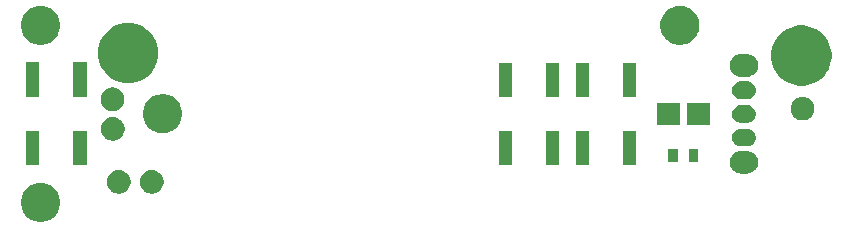
<source format=gbr>
G04 #@! TF.GenerationSoftware,KiCad,Pcbnew,5.1.0-unknown-ff73f69~82~ubuntu18.04.1*
G04 #@! TF.CreationDate,2019-04-01T01:27:23+02:00*
G04 #@! TF.ProjectId,Voltrove MIC1557 PWM,566f6c74-726f-4766-9520-4d4943313535,rev?*
G04 #@! TF.SameCoordinates,Original*
G04 #@! TF.FileFunction,Soldermask,Top*
G04 #@! TF.FilePolarity,Negative*
%FSLAX46Y46*%
G04 Gerber Fmt 4.6, Leading zero omitted, Abs format (unit mm)*
G04 Created by KiCad (PCBNEW 5.1.0-unknown-ff73f69~82~ubuntu18.04.1) date 2019-04-01 01:27:23*
%MOMM*%
%LPD*%
G04 APERTURE LIST*
%ADD10C,0.100000*%
G04 APERTURE END LIST*
D10*
G36*
X176480000Y-97388000D02*
G01*
X176362000Y-97397000D01*
X176248000Y-97425000D01*
X176139000Y-97470000D01*
X176038000Y-97532000D01*
X175948000Y-97608000D01*
X175872000Y-97698000D01*
X175810000Y-97799000D01*
X175765000Y-97908000D01*
X175737000Y-98022000D01*
X175728000Y-98140000D01*
X175737000Y-98258000D01*
X175765000Y-98372000D01*
X175810000Y-98481000D01*
X175872000Y-98582000D01*
X175948000Y-98672000D01*
X176038000Y-98748000D01*
X176139000Y-98810000D01*
X176248000Y-98855000D01*
X176362000Y-98883000D01*
X176480000Y-98892000D01*
X176980000Y-98892000D01*
X177098000Y-98883000D01*
X177212000Y-98855000D01*
X177321000Y-98810000D01*
X177422000Y-98748000D01*
X177512000Y-98672000D01*
X177588000Y-98582000D01*
X177650000Y-98481000D01*
X177695000Y-98372000D01*
X177723000Y-98258000D01*
X177732000Y-98140000D01*
X177723000Y-98022000D01*
X177695000Y-97908000D01*
X177650000Y-97799000D01*
X177588000Y-97698000D01*
X177512000Y-97608000D01*
X177422000Y-97532000D01*
X177321000Y-97470000D01*
X177212000Y-97425000D01*
X177098000Y-97397000D01*
X176980000Y-97388000D01*
X176480000Y-97388000D01*
G37*
G36*
X176480000Y-99388000D02*
G01*
X176362000Y-99397000D01*
X176248000Y-99425000D01*
X176139000Y-99470000D01*
X176038000Y-99532000D01*
X175948000Y-99608000D01*
X175872000Y-99698000D01*
X175810000Y-99799000D01*
X175765000Y-99908000D01*
X175737000Y-100022000D01*
X175728000Y-100140000D01*
X175737000Y-100258000D01*
X175765000Y-100372000D01*
X175810000Y-100481000D01*
X175872000Y-100582000D01*
X175948000Y-100672000D01*
X176038000Y-100748000D01*
X176139000Y-100810000D01*
X176248000Y-100855000D01*
X176362000Y-100883000D01*
X176480000Y-100892000D01*
X176980000Y-100892000D01*
X177098000Y-100883000D01*
X177212000Y-100855000D01*
X177321000Y-100810000D01*
X177422000Y-100748000D01*
X177512000Y-100672000D01*
X177588000Y-100582000D01*
X177650000Y-100481000D01*
X177695000Y-100372000D01*
X177723000Y-100258000D01*
X177732000Y-100140000D01*
X177723000Y-100022000D01*
X177695000Y-99908000D01*
X177650000Y-99799000D01*
X177588000Y-99698000D01*
X177512000Y-99608000D01*
X177422000Y-99532000D01*
X177321000Y-99470000D01*
X177212000Y-99425000D01*
X177098000Y-99397000D01*
X176980000Y-99388000D01*
X176480000Y-99388000D01*
G37*
G36*
X176480000Y-101388000D02*
G01*
X176362000Y-101397000D01*
X176248000Y-101425000D01*
X176139000Y-101470000D01*
X176038000Y-101532000D01*
X175948000Y-101608000D01*
X175872000Y-101698000D01*
X175810000Y-101799000D01*
X175765000Y-101908000D01*
X175737000Y-102022000D01*
X175728000Y-102140000D01*
X175737000Y-102258000D01*
X175765000Y-102372000D01*
X175810000Y-102481000D01*
X175872000Y-102582000D01*
X175948000Y-102672000D01*
X176038000Y-102748000D01*
X176139000Y-102810000D01*
X176248000Y-102855000D01*
X176362000Y-102883000D01*
X176480000Y-102892000D01*
X176980000Y-102892000D01*
X177098000Y-102883000D01*
X177212000Y-102855000D01*
X177321000Y-102810000D01*
X177422000Y-102748000D01*
X177512000Y-102672000D01*
X177588000Y-102582000D01*
X177650000Y-102481000D01*
X177695000Y-102372000D01*
X177723000Y-102258000D01*
X177732000Y-102140000D01*
X177723000Y-102022000D01*
X177695000Y-101908000D01*
X177650000Y-101799000D01*
X177588000Y-101698000D01*
X177512000Y-101608000D01*
X177422000Y-101532000D01*
X177321000Y-101470000D01*
X177212000Y-101425000D01*
X177098000Y-101397000D01*
X176980000Y-101388000D01*
X176480000Y-101388000D01*
G37*
G36*
X176480000Y-95088000D02*
G01*
X176331000Y-95100000D01*
X176186000Y-95135000D01*
X176048000Y-95192000D01*
X175920000Y-95270000D01*
X175807000Y-95367000D01*
X175710000Y-95480000D01*
X175632000Y-95608000D01*
X175575000Y-95746000D01*
X175540000Y-95891000D01*
X175528000Y-96040000D01*
X175540000Y-96189000D01*
X175575000Y-96334000D01*
X175632000Y-96472000D01*
X175710000Y-96600000D01*
X175807000Y-96713000D01*
X175920000Y-96810000D01*
X176048000Y-96888000D01*
X176186000Y-96945000D01*
X176331000Y-96980000D01*
X176480000Y-96992000D01*
X176980000Y-96992000D01*
X177129000Y-96980000D01*
X177274000Y-96945000D01*
X177412000Y-96888000D01*
X177540000Y-96810000D01*
X177653000Y-96713000D01*
X177750000Y-96600000D01*
X177828000Y-96472000D01*
X177885000Y-96334000D01*
X177920000Y-96189000D01*
X177932000Y-96040000D01*
X177920000Y-95891000D01*
X177885000Y-95746000D01*
X177828000Y-95608000D01*
X177750000Y-95480000D01*
X177653000Y-95367000D01*
X177540000Y-95270000D01*
X177412000Y-95192000D01*
X177274000Y-95135000D01*
X177129000Y-95100000D01*
X176980000Y-95088000D01*
X176480000Y-95088000D01*
G37*
G36*
X176480000Y-103288000D02*
G01*
X176331000Y-103300000D01*
X176186000Y-103335000D01*
X176048000Y-103392000D01*
X175920000Y-103470000D01*
X175807000Y-103567000D01*
X175710000Y-103680000D01*
X175632000Y-103808000D01*
X175575000Y-103946000D01*
X175540000Y-104091000D01*
X175528000Y-104240000D01*
X175540000Y-104389000D01*
X175575000Y-104534000D01*
X175632000Y-104672000D01*
X175710000Y-104800000D01*
X175807000Y-104913000D01*
X175920000Y-105010000D01*
X176048000Y-105088000D01*
X176186000Y-105145000D01*
X176331000Y-105180000D01*
X176480000Y-105192000D01*
X176980000Y-105192000D01*
X177129000Y-105180000D01*
X177274000Y-105145000D01*
X177412000Y-105088000D01*
X177540000Y-105010000D01*
X177653000Y-104913000D01*
X177750000Y-104800000D01*
X177828000Y-104672000D01*
X177885000Y-104534000D01*
X177920000Y-104389000D01*
X177932000Y-104240000D01*
X177920000Y-104091000D01*
X177885000Y-103946000D01*
X177828000Y-103808000D01*
X177750000Y-103680000D01*
X177653000Y-103567000D01*
X177540000Y-103470000D01*
X177412000Y-103392000D01*
X177274000Y-103335000D01*
X177129000Y-103300000D01*
X176980000Y-103288000D01*
X176480000Y-103288000D01*
G37*
G36*
X117544256Y-106035298D02*
G01*
X117650579Y-106056447D01*
X117951042Y-106180903D01*
X118221451Y-106361585D01*
X118451415Y-106591549D01*
X118632097Y-106861958D01*
X118756553Y-107162421D01*
X118820000Y-107481391D01*
X118820000Y-107806609D01*
X118756553Y-108125579D01*
X118632097Y-108426042D01*
X118451415Y-108696451D01*
X118221451Y-108926415D01*
X117951042Y-109107097D01*
X117650579Y-109231553D01*
X117544256Y-109252702D01*
X117331611Y-109295000D01*
X117006389Y-109295000D01*
X116793744Y-109252702D01*
X116687421Y-109231553D01*
X116386958Y-109107097D01*
X116116549Y-108926415D01*
X115886585Y-108696451D01*
X115705903Y-108426042D01*
X115581447Y-108125579D01*
X115518000Y-107806609D01*
X115518000Y-107481391D01*
X115581447Y-107162421D01*
X115705903Y-106861958D01*
X115886585Y-106591549D01*
X116116549Y-106361585D01*
X116386958Y-106180903D01*
X116687421Y-106056447D01*
X116793744Y-106035298D01*
X117006389Y-105993000D01*
X117331611Y-105993000D01*
X117544256Y-106035298D01*
X117544256Y-106035298D01*
G37*
G36*
X126795403Y-104917646D02*
G01*
X126892156Y-104936891D01*
X126967658Y-104968165D01*
X127074434Y-105012393D01*
X127074435Y-105012394D01*
X127238483Y-105122007D01*
X127377993Y-105261517D01*
X127377994Y-105261519D01*
X127487607Y-105425566D01*
X127531835Y-105532342D01*
X127563109Y-105607844D01*
X127601600Y-105801351D01*
X127601600Y-105998649D01*
X127565348Y-106180902D01*
X127563109Y-106192155D01*
X127487607Y-106374434D01*
X127487606Y-106374435D01*
X127377993Y-106538483D01*
X127238483Y-106677993D01*
X127155902Y-106733172D01*
X127074434Y-106787607D01*
X126967658Y-106831835D01*
X126892156Y-106863109D01*
X126795403Y-106882354D01*
X126698650Y-106901600D01*
X126501350Y-106901600D01*
X126404597Y-106882354D01*
X126307844Y-106863109D01*
X126232342Y-106831835D01*
X126125566Y-106787607D01*
X126044098Y-106733172D01*
X125961517Y-106677993D01*
X125822007Y-106538483D01*
X125712394Y-106374435D01*
X125712393Y-106374434D01*
X125636891Y-106192155D01*
X125634653Y-106180902D01*
X125598400Y-105998649D01*
X125598400Y-105801351D01*
X125636891Y-105607844D01*
X125668165Y-105532342D01*
X125712393Y-105425566D01*
X125822006Y-105261519D01*
X125822007Y-105261517D01*
X125961517Y-105122007D01*
X126125565Y-105012394D01*
X126125566Y-105012393D01*
X126232342Y-104968165D01*
X126307844Y-104936891D01*
X126404597Y-104917646D01*
X126501350Y-104898400D01*
X126698650Y-104898400D01*
X126795403Y-104917646D01*
X126795403Y-104917646D01*
G37*
G36*
X123995403Y-104917646D02*
G01*
X124092156Y-104936891D01*
X124167658Y-104968165D01*
X124274434Y-105012393D01*
X124274435Y-105012394D01*
X124438483Y-105122007D01*
X124577993Y-105261517D01*
X124577994Y-105261519D01*
X124687607Y-105425566D01*
X124731835Y-105532342D01*
X124763109Y-105607844D01*
X124801600Y-105801351D01*
X124801600Y-105998649D01*
X124765348Y-106180902D01*
X124763109Y-106192155D01*
X124687607Y-106374434D01*
X124687606Y-106374435D01*
X124577993Y-106538483D01*
X124438483Y-106677993D01*
X124355902Y-106733172D01*
X124274434Y-106787607D01*
X124167658Y-106831835D01*
X124092156Y-106863109D01*
X123995403Y-106882354D01*
X123898650Y-106901600D01*
X123701350Y-106901600D01*
X123604597Y-106882354D01*
X123507844Y-106863109D01*
X123432342Y-106831835D01*
X123325566Y-106787607D01*
X123244098Y-106733172D01*
X123161517Y-106677993D01*
X123022007Y-106538483D01*
X122912394Y-106374435D01*
X122912393Y-106374434D01*
X122836891Y-106192155D01*
X122834653Y-106180902D01*
X122798400Y-105998649D01*
X122798400Y-105801351D01*
X122836891Y-105607844D01*
X122868165Y-105532342D01*
X122912393Y-105425566D01*
X123022006Y-105261519D01*
X123022007Y-105261517D01*
X123161517Y-105122007D01*
X123325565Y-105012394D01*
X123325566Y-105012393D01*
X123432342Y-104968165D01*
X123507844Y-104936891D01*
X123604597Y-104917646D01*
X123701350Y-104898400D01*
X123898650Y-104898400D01*
X123995403Y-104917646D01*
X123995403Y-104917646D01*
G37*
G36*
X177007570Y-103324969D02*
G01*
X177180753Y-103396704D01*
X177336607Y-103500842D01*
X177469158Y-103633393D01*
X177573296Y-103789247D01*
X177645031Y-103962430D01*
X177681600Y-104146274D01*
X177681600Y-104333726D01*
X177645031Y-104517570D01*
X177573296Y-104690753D01*
X177469158Y-104846607D01*
X177336607Y-104979158D01*
X177180753Y-105083296D01*
X177007570Y-105155031D01*
X176823726Y-105191600D01*
X176636274Y-105191600D01*
X176452430Y-105155031D01*
X176279247Y-105083296D01*
X176123393Y-104979158D01*
X175990842Y-104846607D01*
X175886704Y-104690753D01*
X175814969Y-104517570D01*
X175778400Y-104333726D01*
X175778400Y-104146274D01*
X175814969Y-103962430D01*
X175886704Y-103789247D01*
X175990842Y-103633393D01*
X176123393Y-103500842D01*
X176279247Y-103396704D01*
X176452430Y-103324969D01*
X176636274Y-103288400D01*
X176823726Y-103288400D01*
X177007570Y-103324969D01*
X177007570Y-103324969D01*
G37*
G36*
X161061000Y-104501000D02*
G01*
X159959000Y-104501000D01*
X159959000Y-101599000D01*
X161061000Y-101599000D01*
X161061000Y-104501000D01*
X161061000Y-104501000D01*
G37*
G36*
X163621000Y-104501000D02*
G01*
X162519000Y-104501000D01*
X162519000Y-101599000D01*
X163621000Y-101599000D01*
X163621000Y-104501000D01*
X163621000Y-104501000D01*
G37*
G36*
X167621000Y-104501000D02*
G01*
X166519000Y-104501000D01*
X166519000Y-101599000D01*
X167621000Y-101599000D01*
X167621000Y-104501000D01*
X167621000Y-104501000D01*
G37*
G36*
X157061000Y-104501000D02*
G01*
X155959000Y-104501000D01*
X155959000Y-101599000D01*
X157061000Y-101599000D01*
X157061000Y-104501000D01*
X157061000Y-104501000D01*
G37*
G36*
X121074000Y-104495000D02*
G01*
X119972000Y-104495000D01*
X119972000Y-101593000D01*
X121074000Y-101593000D01*
X121074000Y-104495000D01*
X121074000Y-104495000D01*
G37*
G36*
X117074000Y-104495000D02*
G01*
X115972000Y-104495000D01*
X115972000Y-101593000D01*
X117074000Y-101593000D01*
X117074000Y-104495000D01*
X117074000Y-104495000D01*
G37*
G36*
X171111000Y-104251000D02*
G01*
X170339000Y-104251000D01*
X170339000Y-103149000D01*
X171111000Y-103149000D01*
X171111000Y-104251000D01*
X171111000Y-104251000D01*
G37*
G36*
X172861000Y-104251000D02*
G01*
X172089000Y-104251000D01*
X172089000Y-103149000D01*
X172861000Y-103149000D01*
X172861000Y-104251000D01*
X172861000Y-104251000D01*
G37*
G36*
X176949234Y-101417283D02*
G01*
X177086016Y-101473940D01*
X177209117Y-101556194D01*
X177313806Y-101660883D01*
X177396060Y-101783984D01*
X177452717Y-101920766D01*
X177481600Y-102065974D01*
X177481600Y-102214026D01*
X177452717Y-102359234D01*
X177396060Y-102496016D01*
X177313806Y-102619117D01*
X177209117Y-102723806D01*
X177086016Y-102806060D01*
X176949234Y-102862717D01*
X176804026Y-102891600D01*
X176655974Y-102891600D01*
X176510766Y-102862717D01*
X176373984Y-102806060D01*
X176250883Y-102723806D01*
X176146194Y-102619117D01*
X176063940Y-102496016D01*
X176007283Y-102359234D01*
X175978400Y-102214026D01*
X175978400Y-102065974D01*
X176007283Y-101920766D01*
X176063940Y-101783984D01*
X176146194Y-101660883D01*
X176250883Y-101556194D01*
X176373984Y-101473940D01*
X176510766Y-101417283D01*
X176655974Y-101388400D01*
X176804026Y-101388400D01*
X176949234Y-101417283D01*
X176949234Y-101417283D01*
G37*
G36*
X123495403Y-100417646D02*
G01*
X123592156Y-100436891D01*
X123667658Y-100468165D01*
X123774434Y-100512393D01*
X123774435Y-100512394D01*
X123938483Y-100622007D01*
X124077993Y-100761517D01*
X124107756Y-100806061D01*
X124187607Y-100925566D01*
X124231835Y-101032342D01*
X124263109Y-101107844D01*
X124301600Y-101301351D01*
X124301600Y-101498649D01*
X124269330Y-101660883D01*
X124263109Y-101692155D01*
X124187607Y-101874434D01*
X124156649Y-101920766D01*
X124077993Y-102038483D01*
X123938483Y-102177993D01*
X123855901Y-102233172D01*
X123774434Y-102287607D01*
X123667658Y-102331835D01*
X123592156Y-102363109D01*
X123495403Y-102382354D01*
X123398650Y-102401600D01*
X123201350Y-102401600D01*
X123104597Y-102382354D01*
X123007844Y-102363109D01*
X122932342Y-102331835D01*
X122825566Y-102287607D01*
X122744098Y-102233172D01*
X122661517Y-102177993D01*
X122522007Y-102038483D01*
X122443351Y-101920766D01*
X122412393Y-101874434D01*
X122336891Y-101692155D01*
X122330671Y-101660883D01*
X122298400Y-101498649D01*
X122298400Y-101301351D01*
X122336891Y-101107844D01*
X122368165Y-101032342D01*
X122412393Y-100925566D01*
X122492244Y-100806061D01*
X122522007Y-100761517D01*
X122661517Y-100622007D01*
X122825565Y-100512394D01*
X122825566Y-100512393D01*
X122932342Y-100468165D01*
X123007844Y-100436891D01*
X123104598Y-100417645D01*
X123201350Y-100398400D01*
X123398650Y-100398400D01*
X123495403Y-100417646D01*
X123495403Y-100417646D01*
G37*
G36*
X127890256Y-98506298D02*
G01*
X127996579Y-98527447D01*
X128297042Y-98651903D01*
X128567451Y-98832585D01*
X128797415Y-99062549D01*
X128978097Y-99332958D01*
X128978098Y-99332960D01*
X129001062Y-99388400D01*
X129102553Y-99633421D01*
X129108016Y-99660884D01*
X129166000Y-99952389D01*
X129166000Y-100277611D01*
X129149764Y-100359234D01*
X129102553Y-100596579D01*
X128978097Y-100897042D01*
X128797415Y-101167451D01*
X128567451Y-101397415D01*
X128297042Y-101578097D01*
X127996579Y-101702553D01*
X127890256Y-101723702D01*
X127677611Y-101766000D01*
X127352389Y-101766000D01*
X127139744Y-101723702D01*
X127033421Y-101702553D01*
X126732958Y-101578097D01*
X126462549Y-101397415D01*
X126232585Y-101167451D01*
X126051903Y-100897042D01*
X125927447Y-100596579D01*
X125880236Y-100359234D01*
X125864000Y-100277611D01*
X125864000Y-99952389D01*
X125921984Y-99660884D01*
X125927447Y-99633421D01*
X126028938Y-99388400D01*
X126051902Y-99332960D01*
X126051903Y-99332958D01*
X126232585Y-99062549D01*
X126462549Y-98832585D01*
X126732958Y-98651903D01*
X127033421Y-98527447D01*
X127139744Y-98506298D01*
X127352389Y-98464000D01*
X127677611Y-98464000D01*
X127890256Y-98506298D01*
X127890256Y-98506298D01*
G37*
G36*
X171291000Y-101095000D02*
G01*
X169389000Y-101095000D01*
X169389000Y-99193000D01*
X171291000Y-99193000D01*
X171291000Y-101095000D01*
X171291000Y-101095000D01*
G37*
G36*
X173831000Y-101095000D02*
G01*
X171929000Y-101095000D01*
X171929000Y-99193000D01*
X173831000Y-99193000D01*
X173831000Y-101095000D01*
X173831000Y-101095000D01*
G37*
G36*
X176949234Y-99417283D02*
G01*
X177086016Y-99473940D01*
X177209117Y-99556194D01*
X177313806Y-99660883D01*
X177396060Y-99783984D01*
X177452717Y-99920766D01*
X177481600Y-100065974D01*
X177481600Y-100214026D01*
X177452717Y-100359234D01*
X177396060Y-100496016D01*
X177313806Y-100619117D01*
X177209117Y-100723806D01*
X177086016Y-100806060D01*
X176949234Y-100862717D01*
X176804026Y-100891600D01*
X176655974Y-100891600D01*
X176510766Y-100862717D01*
X176373984Y-100806060D01*
X176250883Y-100723806D01*
X176146194Y-100619117D01*
X176063940Y-100496016D01*
X176007283Y-100359234D01*
X175978400Y-100214026D01*
X175978400Y-100065974D01*
X176007283Y-99920766D01*
X176063940Y-99783984D01*
X176146194Y-99660883D01*
X176250883Y-99556194D01*
X176373984Y-99473940D01*
X176510766Y-99417283D01*
X176655974Y-99388400D01*
X176804026Y-99388400D01*
X176949234Y-99417283D01*
X176949234Y-99417283D01*
G37*
G36*
X181895403Y-98717646D02*
G01*
X181992156Y-98736891D01*
X182067658Y-98768165D01*
X182174434Y-98812393D01*
X182174435Y-98812394D01*
X182338483Y-98922007D01*
X182477993Y-99061517D01*
X182478684Y-99062551D01*
X182587607Y-99225566D01*
X182631835Y-99332342D01*
X182663109Y-99407844D01*
X182664987Y-99417285D01*
X182701600Y-99601350D01*
X182701600Y-99798650D01*
X182663109Y-99992155D01*
X182587607Y-100174434D01*
X182587606Y-100174435D01*
X182477993Y-100338483D01*
X182338483Y-100477993D01*
X182286998Y-100512394D01*
X182174434Y-100587607D01*
X182067658Y-100631835D01*
X181992156Y-100663109D01*
X181895402Y-100682355D01*
X181798650Y-100701600D01*
X181601350Y-100701600D01*
X181504598Y-100682355D01*
X181407844Y-100663109D01*
X181332342Y-100631835D01*
X181225566Y-100587607D01*
X181113002Y-100512394D01*
X181061517Y-100477993D01*
X180922007Y-100338483D01*
X180812394Y-100174435D01*
X180812393Y-100174434D01*
X180736891Y-99992155D01*
X180698400Y-99798650D01*
X180698400Y-99601350D01*
X180735013Y-99417285D01*
X180736891Y-99407844D01*
X180768165Y-99332342D01*
X180812393Y-99225566D01*
X180921316Y-99062551D01*
X180922007Y-99061517D01*
X181061517Y-98922007D01*
X181225565Y-98812394D01*
X181225566Y-98812393D01*
X181332342Y-98768165D01*
X181407844Y-98736891D01*
X181504597Y-98717646D01*
X181601350Y-98698400D01*
X181798650Y-98698400D01*
X181895403Y-98717646D01*
X181895403Y-98717646D01*
G37*
G36*
X123440812Y-97920765D02*
G01*
X123572156Y-97946891D01*
X123647658Y-97978165D01*
X123754434Y-98022393D01*
X123754435Y-98022394D01*
X123918483Y-98132007D01*
X124057993Y-98271517D01*
X124057994Y-98271519D01*
X124167607Y-98435566D01*
X124192645Y-98496013D01*
X124243109Y-98617844D01*
X124249884Y-98651903D01*
X124281600Y-98811350D01*
X124281600Y-99008650D01*
X124270879Y-99062549D01*
X124243109Y-99202156D01*
X124233412Y-99225566D01*
X124167607Y-99384434D01*
X124113172Y-99465902D01*
X124057993Y-99548483D01*
X123918483Y-99687993D01*
X123835902Y-99743172D01*
X123754434Y-99797607D01*
X123647658Y-99841835D01*
X123572156Y-99873109D01*
X123475402Y-99892355D01*
X123378650Y-99911600D01*
X123181350Y-99911600D01*
X123084598Y-99892355D01*
X122987844Y-99873109D01*
X122912342Y-99841835D01*
X122805566Y-99797607D01*
X122724098Y-99743172D01*
X122641517Y-99687993D01*
X122502007Y-99548483D01*
X122446828Y-99465902D01*
X122392393Y-99384434D01*
X122326588Y-99225566D01*
X122316891Y-99202156D01*
X122289121Y-99062549D01*
X122278400Y-99008650D01*
X122278400Y-98811350D01*
X122310116Y-98651903D01*
X122316891Y-98617844D01*
X122367355Y-98496013D01*
X122392393Y-98435566D01*
X122502006Y-98271519D01*
X122502007Y-98271517D01*
X122641517Y-98132007D01*
X122805565Y-98022394D01*
X122805566Y-98022393D01*
X122912342Y-97978165D01*
X122987844Y-97946891D01*
X123119188Y-97920765D01*
X123181350Y-97908400D01*
X123378650Y-97908400D01*
X123440812Y-97920765D01*
X123440812Y-97920765D01*
G37*
G36*
X176949234Y-97417283D02*
G01*
X177086016Y-97473940D01*
X177209117Y-97556194D01*
X177313806Y-97660883D01*
X177396060Y-97783984D01*
X177452717Y-97920766D01*
X177481600Y-98065974D01*
X177481600Y-98214026D01*
X177452717Y-98359234D01*
X177396060Y-98496016D01*
X177313806Y-98619117D01*
X177209117Y-98723806D01*
X177086016Y-98806060D01*
X176949234Y-98862717D01*
X176804026Y-98891600D01*
X176655974Y-98891600D01*
X176510766Y-98862717D01*
X176373984Y-98806060D01*
X176250883Y-98723806D01*
X176146194Y-98619117D01*
X176063940Y-98496016D01*
X176007283Y-98359234D01*
X175978400Y-98214026D01*
X175978400Y-98065974D01*
X176007283Y-97920766D01*
X176063940Y-97783984D01*
X176146194Y-97660883D01*
X176250883Y-97556194D01*
X176373984Y-97473940D01*
X176510766Y-97417283D01*
X176655974Y-97388400D01*
X176804026Y-97388400D01*
X176949234Y-97417283D01*
X176949234Y-97417283D01*
G37*
G36*
X163621000Y-98701000D02*
G01*
X162519000Y-98701000D01*
X162519000Y-95799000D01*
X163621000Y-95799000D01*
X163621000Y-98701000D01*
X163621000Y-98701000D01*
G37*
G36*
X167621000Y-98701000D02*
G01*
X166519000Y-98701000D01*
X166519000Y-95799000D01*
X167621000Y-95799000D01*
X167621000Y-98701000D01*
X167621000Y-98701000D01*
G37*
G36*
X157061000Y-98701000D02*
G01*
X155959000Y-98701000D01*
X155959000Y-95799000D01*
X157061000Y-95799000D01*
X157061000Y-98701000D01*
X157061000Y-98701000D01*
G37*
G36*
X161061000Y-98701000D02*
G01*
X159959000Y-98701000D01*
X159959000Y-95799000D01*
X161061000Y-95799000D01*
X161061000Y-98701000D01*
X161061000Y-98701000D01*
G37*
G36*
X117074000Y-98695000D02*
G01*
X115972000Y-98695000D01*
X115972000Y-95793000D01*
X117074000Y-95793000D01*
X117074000Y-98695000D01*
X117074000Y-98695000D01*
G37*
G36*
X121074000Y-98695000D02*
G01*
X119972000Y-98695000D01*
X119972000Y-95793000D01*
X121074000Y-95793000D01*
X121074000Y-98695000D01*
X121074000Y-98695000D01*
G37*
G36*
X182344098Y-92747033D02*
G01*
X182808350Y-92939332D01*
X182808352Y-92939333D01*
X183226168Y-93218509D01*
X183581491Y-93573832D01*
X183663155Y-93696051D01*
X183860668Y-93991650D01*
X184052967Y-94455902D01*
X184151000Y-94948747D01*
X184151000Y-95451253D01*
X184052967Y-95944098D01*
X183898270Y-96317570D01*
X183860667Y-96408352D01*
X183581491Y-96826168D01*
X183226168Y-97181491D01*
X182808352Y-97460667D01*
X182808351Y-97460668D01*
X182808350Y-97460668D01*
X182344098Y-97652967D01*
X181851253Y-97751000D01*
X181348747Y-97751000D01*
X180855902Y-97652967D01*
X180391650Y-97460668D01*
X180391649Y-97460668D01*
X180391648Y-97460667D01*
X179973832Y-97181491D01*
X179618509Y-96826168D01*
X179339333Y-96408352D01*
X179301730Y-96317570D01*
X179147033Y-95944098D01*
X179049000Y-95451253D01*
X179049000Y-94948747D01*
X179147033Y-94455902D01*
X179339332Y-93991650D01*
X179536845Y-93696051D01*
X179618509Y-93573832D01*
X179973832Y-93218509D01*
X180391648Y-92939333D01*
X180391650Y-92939332D01*
X180855902Y-92747033D01*
X181348747Y-92649000D01*
X181851253Y-92649000D01*
X182344098Y-92747033D01*
X182344098Y-92747033D01*
G37*
G36*
X125344098Y-92547033D02*
G01*
X125808350Y-92739332D01*
X125808352Y-92739333D01*
X126226168Y-93018509D01*
X126581491Y-93373832D01*
X126796791Y-93696051D01*
X126860668Y-93791650D01*
X127052967Y-94255902D01*
X127151000Y-94748747D01*
X127151000Y-95251253D01*
X127052967Y-95744098D01*
X126970124Y-95944098D01*
X126860667Y-96208352D01*
X126581491Y-96626168D01*
X126226168Y-96981491D01*
X125808352Y-97260667D01*
X125808351Y-97260668D01*
X125808350Y-97260668D01*
X125344098Y-97452967D01*
X124851253Y-97551000D01*
X124348747Y-97551000D01*
X123855902Y-97452967D01*
X123391650Y-97260668D01*
X123391649Y-97260668D01*
X123391648Y-97260667D01*
X122973832Y-96981491D01*
X122618509Y-96626168D01*
X122339333Y-96208352D01*
X122229876Y-95944098D01*
X122147033Y-95744098D01*
X122049000Y-95251253D01*
X122049000Y-94748747D01*
X122147033Y-94255902D01*
X122339332Y-93791650D01*
X122403209Y-93696051D01*
X122618509Y-93373832D01*
X122973832Y-93018509D01*
X123391648Y-92739333D01*
X123391650Y-92739332D01*
X123855902Y-92547033D01*
X124348747Y-92449000D01*
X124851253Y-92449000D01*
X125344098Y-92547033D01*
X125344098Y-92547033D01*
G37*
G36*
X177007570Y-95124969D02*
G01*
X177180753Y-95196704D01*
X177336607Y-95300842D01*
X177469158Y-95433393D01*
X177573296Y-95589247D01*
X177645031Y-95762430D01*
X177681600Y-95946274D01*
X177681600Y-96133726D01*
X177645031Y-96317570D01*
X177573296Y-96490753D01*
X177469158Y-96646607D01*
X177336607Y-96779158D01*
X177180753Y-96883296D01*
X177007570Y-96955031D01*
X176823726Y-96991600D01*
X176636274Y-96991600D01*
X176452430Y-96955031D01*
X176279247Y-96883296D01*
X176123393Y-96779158D01*
X175990842Y-96646607D01*
X175886704Y-96490753D01*
X175814969Y-96317570D01*
X175778400Y-96133726D01*
X175778400Y-95946274D01*
X175814969Y-95762430D01*
X175886704Y-95589247D01*
X175990842Y-95433393D01*
X176123393Y-95300842D01*
X176279247Y-95196704D01*
X176452430Y-95124969D01*
X176636274Y-95088400D01*
X176823726Y-95088400D01*
X177007570Y-95124969D01*
X177007570Y-95124969D01*
G37*
G36*
X171684256Y-91034898D02*
G01*
X171790579Y-91056047D01*
X172091042Y-91180503D01*
X172361451Y-91361185D01*
X172591415Y-91591149D01*
X172591416Y-91591151D01*
X172772098Y-91861560D01*
X172896553Y-92162022D01*
X172960000Y-92480989D01*
X172960000Y-92806211D01*
X172896553Y-93125178D01*
X172793558Y-93373832D01*
X172772097Y-93425642D01*
X172591415Y-93696051D01*
X172361451Y-93926015D01*
X172091042Y-94106697D01*
X171790579Y-94231153D01*
X171684256Y-94252302D01*
X171471611Y-94294600D01*
X171146389Y-94294600D01*
X170933744Y-94252302D01*
X170827421Y-94231153D01*
X170526958Y-94106697D01*
X170256549Y-93926015D01*
X170026585Y-93696051D01*
X169845903Y-93425642D01*
X169824443Y-93373832D01*
X169721447Y-93125178D01*
X169658000Y-92806211D01*
X169658000Y-92480989D01*
X169721447Y-92162022D01*
X169845902Y-91861560D01*
X170026584Y-91591151D01*
X170026585Y-91591149D01*
X170256549Y-91361185D01*
X170526958Y-91180503D01*
X170827421Y-91056047D01*
X170933744Y-91034898D01*
X171146389Y-90992600D01*
X171471611Y-90992600D01*
X171684256Y-91034898D01*
X171684256Y-91034898D01*
G37*
G36*
X117544256Y-91034898D02*
G01*
X117650579Y-91056047D01*
X117951042Y-91180503D01*
X118221451Y-91361185D01*
X118451415Y-91591149D01*
X118451416Y-91591151D01*
X118632098Y-91861560D01*
X118756553Y-92162022D01*
X118820000Y-92480989D01*
X118820000Y-92806211D01*
X118756553Y-93125178D01*
X118653558Y-93373832D01*
X118632097Y-93425642D01*
X118451415Y-93696051D01*
X118221451Y-93926015D01*
X117951042Y-94106697D01*
X117650579Y-94231153D01*
X117544256Y-94252302D01*
X117331611Y-94294600D01*
X117006389Y-94294600D01*
X116793744Y-94252302D01*
X116687421Y-94231153D01*
X116386958Y-94106697D01*
X116116549Y-93926015D01*
X115886585Y-93696051D01*
X115705903Y-93425642D01*
X115684443Y-93373832D01*
X115581447Y-93125178D01*
X115518000Y-92806211D01*
X115518000Y-92480989D01*
X115581447Y-92162022D01*
X115705902Y-91861560D01*
X115886584Y-91591151D01*
X115886585Y-91591149D01*
X116116549Y-91361185D01*
X116386958Y-91180503D01*
X116687421Y-91056047D01*
X116793744Y-91034898D01*
X117006389Y-90992600D01*
X117331611Y-90992600D01*
X117544256Y-91034898D01*
X117544256Y-91034898D01*
G37*
M02*

</source>
